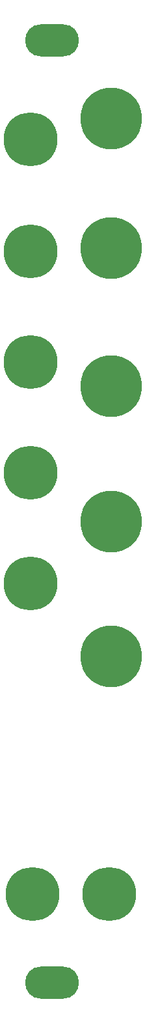
<source format=gbr>
%TF.GenerationSoftware,KiCad,Pcbnew,6.0.11+dfsg-1~bpo11+1*%
%TF.CreationDate,2023-11-22T17:10:03+08:00*%
%TF.ProjectId,MiniAttenuMix - Front,4d696e69-4174-4746-956e-754d6978202d,v0.2*%
%TF.SameCoordinates,Original*%
%TF.FileFunction,Soldermask,Bot*%
%TF.FilePolarity,Negative*%
%FSLAX46Y46*%
G04 Gerber Fmt 4.6, Leading zero omitted, Abs format (unit mm)*
G04 Created by KiCad (PCBNEW 6.0.11+dfsg-1~bpo11+1) date 2023-11-22 17:10:03*
%MOMM*%
%LPD*%
G01*
G04 APERTURE LIST*
%ADD10C,7.000000*%
%ADD11C,8.000000*%
%ADD12O,7.000000X4.200000*%
G04 APERTURE END LIST*
D10*
%TO.C,REF\u002A\u002A*%
X114700000Y-74800000D03*
%TD*%
%TO.C,REF\u002A\u002A*%
X115000000Y-144000000D03*
%TD*%
D11*
%TO.C,REF\u002A\u002A*%
X125200000Y-113100000D03*
%TD*%
%TO.C,REF\u002A\u002A*%
X125200000Y-60042500D03*
%TD*%
D10*
%TO.C,REF\u002A\u002A*%
X114700000Y-45900000D03*
%TD*%
D11*
%TO.C,REF\u002A\u002A*%
X125200000Y-95600000D03*
%TD*%
D12*
%TO.C,REF\u002A\u002A*%
X117500000Y-33000000D03*
X117500000Y-155500000D03*
%TD*%
D10*
%TO.C,REF\u002A\u002A*%
X114700000Y-60400000D03*
%TD*%
%TO.C,REF\u002A\u002A*%
X125000000Y-144000000D03*
%TD*%
%TO.C,REF\u002A\u002A*%
X114700000Y-89200000D03*
%TD*%
D11*
%TO.C,REF\u002A\u002A*%
X125200000Y-78000000D03*
%TD*%
%TO.C,REF\u002A\u002A*%
X125200000Y-43200000D03*
%TD*%
D10*
%TO.C,REF\u002A\u002A*%
X114700000Y-103600000D03*
%TD*%
M02*

</source>
